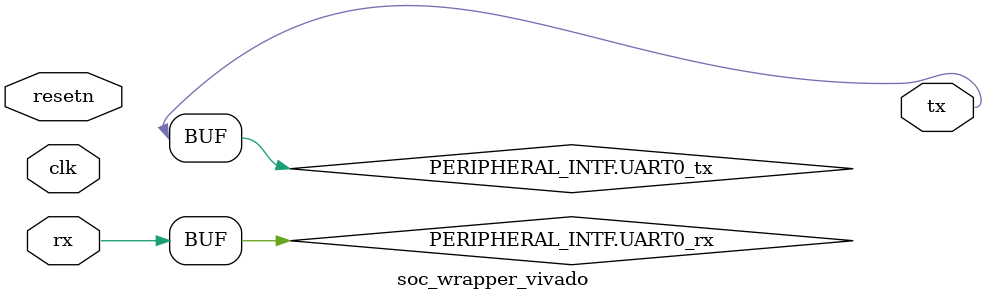
<source format=sv>
`timescale 1ns / 1ps


module soc_wrapper_vivado
    (
        input clk, resetn, rx,
        output tx
    );
    
    SOC_PERIPHERAL_INF PERIPHERAL_INTF();
    
    logic clk_cpu, reset;
    
    clk_wiz CLOCK_GENERATOR
    (
        // Clock out ports
        .clk_o(clk_cpu),     // output clk_o
        // Clock in ports
        .clk_i(clk)      // input clk_i
    );
    
    soc_top SOC
    (
        .clk_i(clk_cpu),
        .reset_i(reset),
        
        .PERIPHERAL_INTF(PERIPHERAL_INTF)
    );
    
    assign reset = ~resetn;
    
    assign PERIPHERAL_INTF.UART0_rx = rx;
    assign tx = PERIPHERAL_INTF.UART0_tx;
    
endmodule
















</source>
